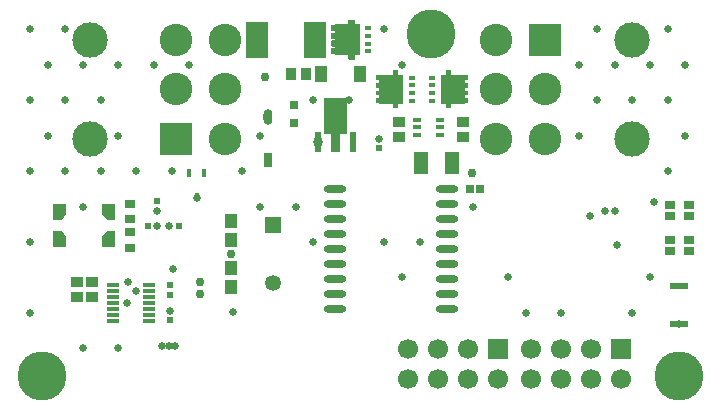
<source format=gts>
G04*
G04 #@! TF.GenerationSoftware,Altium Limited,Altium Designer,24.2.2 (26)*
G04*
G04 Layer_Color=8388736*
%FSLAX44Y44*%
%MOMM*%
G71*
G04*
G04 #@! TF.SameCoordinates,C4595460-78FA-4AA4-93EF-E7DD031D073C*
G04*
G04*
G04 #@! TF.FilePolarity,Negative*
G04*
G01*
G75*
%ADD16R,0.8000X0.8000*%
%ADD17R,1.0121X1.2084*%
%ADD18R,0.5200X0.5200*%
%ADD19R,0.8621X0.7565*%
%ADD20R,0.4200X0.7000*%
%ADD21R,0.5200X0.5200*%
%ADD22C,0.9698*%
%ADD23C,0.9900*%
%ADD24R,0.5000X0.3500*%
%ADD25R,1.9600X3.1500*%
%ADD26C,1.7685*%
%ADD30R,0.8000X0.4000*%
G04:AMPARAMS|DCode=32|XSize=1.9mm|YSize=0.6mm|CornerRadius=0.3mm|HoleSize=0mm|Usage=FLASHONLY|Rotation=0.000|XOffset=0mm|YOffset=0mm|HoleType=Round|Shape=RoundedRectangle|*
%AMROUNDEDRECTD32*
21,1,1.9000,0.0000,0,0,0.0*
21,1,1.3000,0.6000,0,0,0.0*
1,1,0.6000,0.6500,0.0000*
1,1,0.6000,-0.6500,0.0000*
1,1,0.6000,-0.6500,0.0000*
1,1,0.6000,0.6500,0.0000*
%
%ADD32ROUNDEDRECTD32*%
G04:AMPARAMS|DCode=34|XSize=1.3082mm|YSize=0.7621mm|CornerRadius=0.3811mm|HoleSize=0mm|Usage=FLASHONLY|Rotation=90.000|XOffset=0mm|YOffset=0mm|HoleType=Round|Shape=RoundedRectangle|*
%AMROUNDEDRECTD34*
21,1,1.3082,0.0000,0,0,90.0*
21,1,0.5461,0.7621,0,0,90.0*
1,1,0.7621,0.0000,0.2730*
1,1,0.7621,0.0000,-0.2730*
1,1,0.7621,0.0000,-0.2730*
1,1,0.7621,0.0000,0.2730*
%
%ADD34ROUNDEDRECTD34*%
%ADD35R,0.7621X1.3082*%
%ADD36R,0.9779X0.3048*%
%ADD38R,1.5000X0.5500*%
%ADD39C,1.7397*%
%ADD40R,0.5800X1.7300*%
%ADD42C,0.7500*%
%ADD43R,1.0600X1.3700*%
%ADD44R,0.9000X1.0000*%
%ADD45R,1.0000X0.8500*%
%ADD46R,0.9500X0.6500*%
%ADD47R,0.7000X0.7000*%
%ADD48R,1.0000X0.9000*%
%ADD49R,1.2500X1.8500*%
%ADD50C,2.7500*%
%ADD51R,2.7500X2.7500*%
%ADD52C,3.0000*%
%ADD53C,1.7000*%
%ADD54R,1.7000X1.7000*%
%ADD55R,1.3500X1.3500*%
%ADD56C,1.3500*%
%ADD57C,0.6500*%
%ADD58C,4.1500*%
%ADD59C,0.8500*%
G36*
X51000Y147500D02*
Y139000D01*
X40000D01*
Y152500D01*
X47000D01*
X51000Y147500D01*
D02*
G37*
G36*
Y166500D02*
X47000Y161500D01*
X40000D01*
Y175000D01*
X51000D01*
Y166500D01*
D02*
G37*
G36*
X92000Y139000D02*
X81000D01*
Y147500D01*
X85000Y152500D01*
X92000D01*
Y139000D01*
D02*
G37*
G36*
Y161500D02*
X85000D01*
X81000Y166500D01*
Y175000D01*
X92000D01*
Y161500D01*
D02*
G37*
G36*
X288415Y234600D02*
X282550D01*
Y219600D01*
X274950D01*
Y234600D01*
X269085D01*
Y264900D01*
X288415D01*
Y234600D01*
D02*
G37*
G36*
X294768Y331293D02*
X294883Y331265D01*
X294991Y331220D01*
X295092Y331159D01*
X295182Y331082D01*
X295259Y330992D01*
X295320Y330892D01*
X295366Y330783D01*
X295393Y330668D01*
X295402Y330550D01*
Y327502D01*
X298800D01*
X298918Y327493D01*
X299032Y327466D01*
X299142Y327420D01*
X299242Y327359D01*
X299332Y327282D01*
X299409Y327192D01*
X299470Y327091D01*
X299515Y326982D01*
X299543Y326868D01*
X299552Y326750D01*
Y302250D01*
X299543Y302132D01*
X299515Y302017D01*
X299470Y301908D01*
X299409Y301808D01*
X299332Y301718D01*
X299242Y301641D01*
X299142Y301580D01*
X299032Y301535D01*
X298918Y301507D01*
X298800Y301498D01*
X295402D01*
Y298450D01*
X295393Y298332D01*
X295366Y298218D01*
X295320Y298108D01*
X295259Y298008D01*
X295182Y297918D01*
X295092Y297841D01*
X294991Y297780D01*
X294883Y297735D01*
X294768Y297707D01*
X294650Y297698D01*
X290350D01*
X290232Y297707D01*
X290117Y297735D01*
X290008Y297780D01*
X289908Y297841D01*
X289818Y297918D01*
X289741Y298008D01*
X289680Y298108D01*
X289634Y298218D01*
X289607Y298332D01*
X289598Y298450D01*
Y301498D01*
X279000D01*
X278882Y301507D01*
X278768Y301535D01*
X278658Y301580D01*
X278558Y301641D01*
X278468Y301718D01*
X278391Y301808D01*
X278330Y301908D01*
X278293Y301998D01*
X276000D01*
X275882Y302007D01*
X275767Y302034D01*
X275658Y302080D01*
X275558Y302141D01*
X275468Y302218D01*
X275391Y302308D01*
X275330Y302409D01*
X275285Y302518D01*
X275257Y302632D01*
X275248Y302750D01*
Y306750D01*
X275257Y306868D01*
X275285Y306982D01*
X275330Y307092D01*
X275391Y307192D01*
X275468Y307282D01*
X275558Y307359D01*
X275658Y307420D01*
X275767Y307465D01*
X275882Y307493D01*
X276000Y307502D01*
X278248D01*
Y308498D01*
X276000D01*
X275882Y308507D01*
X275767Y308535D01*
X275658Y308580D01*
X275558Y308641D01*
X275468Y308718D01*
X275391Y308808D01*
X275330Y308909D01*
X275285Y309018D01*
X275257Y309132D01*
X275248Y309250D01*
Y313250D01*
X275257Y313368D01*
X275285Y313482D01*
X275330Y313591D01*
X275391Y313692D01*
X275468Y313782D01*
X275558Y313859D01*
X275658Y313920D01*
X275767Y313965D01*
X275882Y313993D01*
X276000Y314002D01*
X278248D01*
Y314998D01*
X276000D01*
X275882Y315007D01*
X275767Y315035D01*
X275658Y315080D01*
X275558Y315141D01*
X275468Y315218D01*
X275391Y315308D01*
X275330Y315408D01*
X275285Y315518D01*
X275257Y315632D01*
X275248Y315750D01*
Y319750D01*
X275257Y319868D01*
X275285Y319982D01*
X275330Y320092D01*
X275391Y320192D01*
X275468Y320282D01*
X275558Y320359D01*
X275658Y320420D01*
X275767Y320466D01*
X275882Y320493D01*
X276000Y320502D01*
X278248D01*
Y321498D01*
X276000D01*
X275882Y321507D01*
X275767Y321535D01*
X275658Y321580D01*
X275558Y321641D01*
X275468Y321718D01*
X275391Y321808D01*
X275330Y321908D01*
X275285Y322018D01*
X275257Y322132D01*
X275248Y322250D01*
Y326250D01*
X275257Y326368D01*
X275285Y326483D01*
X275330Y326591D01*
X275391Y326692D01*
X275468Y326782D01*
X275558Y326859D01*
X275658Y326920D01*
X275767Y326965D01*
X275882Y326993D01*
X276000Y327002D01*
X278293D01*
X278330Y327091D01*
X278391Y327192D01*
X278468Y327282D01*
X278558Y327359D01*
X278658Y327420D01*
X278768Y327466D01*
X278882Y327493D01*
X279000Y327502D01*
X289598D01*
Y330550D01*
X289607Y330668D01*
X289634Y330783D01*
X289680Y330892D01*
X289741Y330992D01*
X289818Y331082D01*
X289908Y331159D01*
X290008Y331220D01*
X290117Y331265D01*
X290232Y331293D01*
X290350Y331302D01*
X294650D01*
X294768Y331293D01*
D02*
G37*
G36*
X331650Y284750D02*
X335800D01*
Y260250D01*
X331650D01*
Y256450D01*
X327350D01*
Y260250D01*
X316000D01*
Y260750D01*
X313000D01*
Y264750D01*
X316000D01*
Y267250D01*
X313000D01*
Y271250D01*
X316000D01*
Y273750D01*
X313000D01*
Y277750D01*
X316000D01*
Y280250D01*
X313000D01*
Y284250D01*
X316000D01*
Y284750D01*
X327350D01*
Y288550D01*
X331650D01*
Y284750D01*
D02*
G37*
G36*
X376650D02*
X388000D01*
Y284250D01*
X391000D01*
Y280250D01*
X388000D01*
Y277750D01*
X391000D01*
Y273750D01*
X388000D01*
Y271250D01*
X391000D01*
Y267250D01*
X388000D01*
Y264750D01*
X391000D01*
Y260750D01*
X388000D01*
Y260250D01*
X376650D01*
Y256450D01*
X372350D01*
Y260250D01*
X368200D01*
Y284750D01*
X372350D01*
Y288550D01*
X376650D01*
Y284750D01*
D02*
G37*
D16*
X243750Y259250D02*
D03*
Y244250D02*
D03*
D17*
X189939Y145208D02*
D03*
Y161245D02*
D03*
Y121208D02*
D03*
Y105171D02*
D03*
D18*
X138250Y98500D02*
D03*
Y106500D02*
D03*
X128000Y177500D02*
D03*
Y169500D02*
D03*
X138250Y85000D02*
D03*
Y77000D02*
D03*
X316000Y230750D02*
D03*
Y222750D02*
D03*
D19*
X104500Y175759D02*
D03*
Y162742D02*
D03*
Y151267D02*
D03*
Y138250D02*
D03*
D20*
X161250Y181250D02*
D03*
X154750Y201250D02*
D03*
X167750D02*
D03*
D21*
X128000Y157000D02*
D03*
X120000D02*
D03*
X138000Y157000D02*
D03*
X146000D02*
D03*
D22*
X86500Y145750D02*
D03*
X45500D02*
D03*
D23*
Y169500D02*
D03*
X86500D02*
D03*
D24*
X306500Y324250D02*
D03*
Y317750D02*
D03*
Y311250D02*
D03*
Y304750D02*
D03*
X360500Y282250D02*
D03*
Y275750D02*
D03*
Y269250D02*
D03*
Y262750D02*
D03*
X343500D02*
D03*
Y269250D02*
D03*
Y275750D02*
D03*
Y282250D02*
D03*
D25*
X261350Y314500D02*
D03*
X212250D02*
D03*
D26*
X378175Y272875D02*
D03*
X325825Y272125D02*
D03*
D30*
X348000Y233750D02*
D03*
Y240250D02*
D03*
Y246750D02*
D03*
X367000D02*
D03*
Y240250D02*
D03*
Y233750D02*
D03*
D32*
X372749Y188141D02*
D03*
Y175441D02*
D03*
Y162741D02*
D03*
Y150041D02*
D03*
Y137341D02*
D03*
Y124641D02*
D03*
Y111941D02*
D03*
Y99241D02*
D03*
Y86541D02*
D03*
X278749D02*
D03*
Y99241D02*
D03*
Y111941D02*
D03*
Y124641D02*
D03*
Y137341D02*
D03*
Y150041D02*
D03*
Y162741D02*
D03*
Y175441D02*
D03*
Y188141D02*
D03*
D34*
X222000Y248750D02*
D03*
D35*
Y212250D02*
D03*
D36*
X121111Y76746D02*
D03*
Y81748D02*
D03*
Y86749D02*
D03*
Y91750D02*
D03*
Y96751D02*
D03*
Y101753D02*
D03*
Y106754D02*
D03*
X90250D02*
D03*
Y101753D02*
D03*
Y96751D02*
D03*
Y91750D02*
D03*
Y86749D02*
D03*
Y81748D02*
D03*
Y76746D02*
D03*
D38*
X570000Y73750D02*
D03*
Y106250D02*
D03*
D39*
X278750Y246060D02*
D03*
D40*
X293750Y228250D02*
D03*
X263750D02*
D03*
D42*
X219000Y282500D02*
D03*
X190000Y133250D02*
D03*
X164000Y109750D02*
D03*
Y99250D02*
D03*
X394000Y201500D02*
D03*
D43*
X266650Y285250D02*
D03*
X299350D02*
D03*
D44*
X254000D02*
D03*
X241000D02*
D03*
D45*
X332500Y244750D02*
D03*
Y232250D02*
D03*
X386750Y244750D02*
D03*
Y232250D02*
D03*
X59750Y96750D02*
D03*
Y109250D02*
D03*
D46*
X562000Y174500D02*
D03*
X578000D02*
D03*
X562000Y165500D02*
D03*
X578000D02*
D03*
X562000Y144500D02*
D03*
X578000D02*
D03*
X562000Y135500D02*
D03*
X578000D02*
D03*
D47*
X401250Y188000D02*
D03*
X392250D02*
D03*
D48*
X72250Y96500D02*
D03*
Y109500D02*
D03*
D49*
X351250Y210250D02*
D03*
X377250D02*
D03*
D50*
X185500Y314500D02*
D03*
Y272500D02*
D03*
Y230500D02*
D03*
X143500Y314500D02*
D03*
Y272500D02*
D03*
X414500Y230500D02*
D03*
Y272500D02*
D03*
Y314500D02*
D03*
X456500Y230500D02*
D03*
Y272500D02*
D03*
D51*
X143500Y230500D02*
D03*
X456500Y314500D02*
D03*
D52*
X70500D02*
D03*
Y230500D02*
D03*
X529500D02*
D03*
Y314500D02*
D03*
D53*
X444100Y27300D02*
D03*
Y52700D02*
D03*
X469500Y27300D02*
D03*
X494900D02*
D03*
X469500Y52700D02*
D03*
X494900D02*
D03*
X520300Y27300D02*
D03*
X340150D02*
D03*
Y52700D02*
D03*
X365550Y27300D02*
D03*
X390950D02*
D03*
X365550Y52700D02*
D03*
X390950D02*
D03*
X416350Y27300D02*
D03*
D54*
X520300Y52700D02*
D03*
X416350D02*
D03*
D55*
X225749Y157651D02*
D03*
D56*
Y108851D02*
D03*
D57*
X259999Y143249D02*
D03*
X559999Y323249D02*
D03*
X574999Y293249D02*
D03*
X559999Y263249D02*
D03*
X574999Y233249D02*
D03*
X559999Y203249D02*
D03*
X544999Y293249D02*
D03*
X529999Y263249D02*
D03*
X544999Y113249D02*
D03*
X529999Y83249D02*
D03*
X499999Y323249D02*
D03*
X514999Y293249D02*
D03*
X499999Y263249D02*
D03*
X484999Y293249D02*
D03*
Y233249D02*
D03*
X469999Y83249D02*
D03*
X439999D02*
D03*
X424999Y113249D02*
D03*
X394999Y173249D02*
D03*
X349999Y143249D02*
D03*
X319999Y323249D02*
D03*
X334999Y293249D02*
D03*
X319999Y143249D02*
D03*
X334999Y113249D02*
D03*
X289999Y263249D02*
D03*
X259999D02*
D03*
X244999Y173249D02*
D03*
X214999Y233249D02*
D03*
X199999Y203249D02*
D03*
X214999Y173249D02*
D03*
X154999Y293249D02*
D03*
X139999Y203249D02*
D03*
X124999Y293249D02*
D03*
X109999Y203249D02*
D03*
X94999Y293249D02*
D03*
X79999Y263249D02*
D03*
X94999Y233249D02*
D03*
X79999Y203249D02*
D03*
X94999Y53249D02*
D03*
X49999Y323249D02*
D03*
X64999Y293249D02*
D03*
X49999Y263249D02*
D03*
Y203249D02*
D03*
X64999Y173249D02*
D03*
Y53249D02*
D03*
X19999Y323249D02*
D03*
X34999Y293249D02*
D03*
X19999Y263249D02*
D03*
X34999Y233249D02*
D03*
X19999Y203249D02*
D03*
Y143249D02*
D03*
Y83249D02*
D03*
X138000Y157000D02*
D03*
X164000Y109750D02*
D03*
X316000Y230750D02*
D03*
X102750Y109500D02*
D03*
X143250Y55500D02*
D03*
X137625D02*
D03*
X132000D02*
D03*
X102500Y91750D02*
D03*
X570000Y73750D02*
D03*
X401250Y188000D02*
D03*
X192000Y83750D02*
D03*
X517250Y140750D02*
D03*
X548500Y176750D02*
D03*
X515000Y169250D02*
D03*
X243750Y244250D02*
D03*
X386750Y244750D02*
D03*
X332500Y232250D02*
D03*
X141250Y120000D02*
D03*
X110000Y101753D02*
D03*
X161250Y180750D02*
D03*
X128000Y169500D02*
D03*
Y157000D02*
D03*
X507000Y169250D02*
D03*
X494500Y165500D02*
D03*
X278749Y175441D02*
D03*
Y188141D02*
D03*
X138250Y85000D02*
D03*
X72250Y96500D02*
D03*
Y109500D02*
D03*
X562000Y135500D02*
D03*
Y144500D02*
D03*
X562000Y174750D02*
D03*
Y165500D02*
D03*
X372749Y111941D02*
D03*
Y175441D02*
D03*
Y188141D02*
D03*
D58*
X360000Y319460D02*
D03*
X30000Y30000D02*
D03*
X570000D02*
D03*
D59*
X263625Y228125D02*
D03*
M02*

</source>
